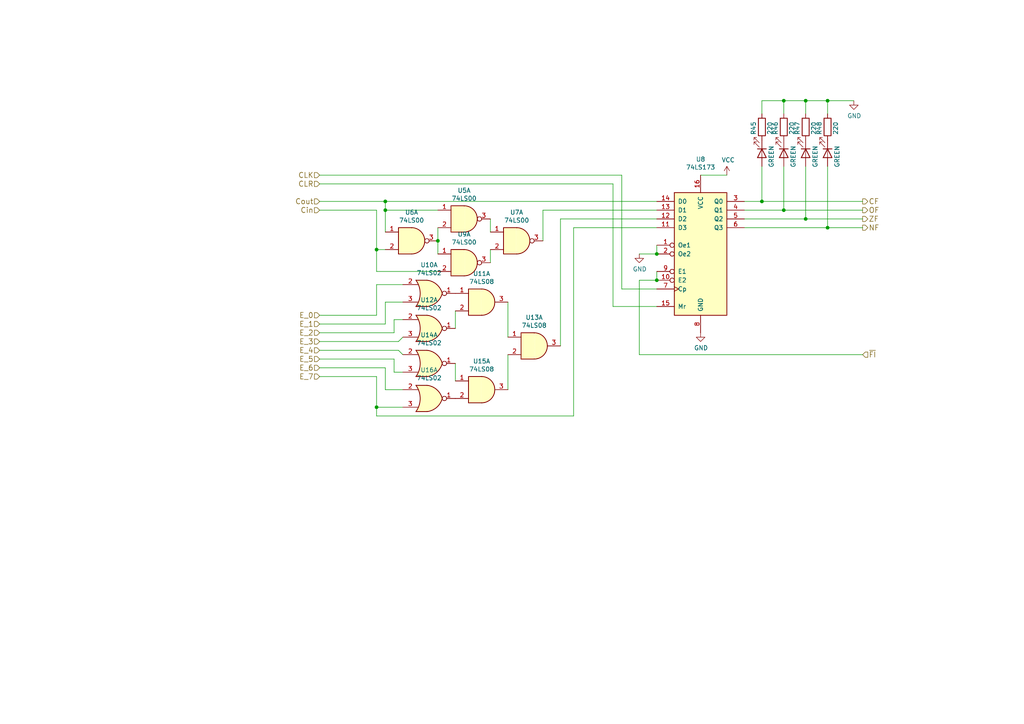
<source format=kicad_sch>
(kicad_sch (version 20211123) (generator eeschema)
  (paper "A4")
  (lib_symbols
    (symbol "74xx:74LS00" (pin_names (offset 1.016))
      (property "Reference" "U" (at 0 1.27 0))
      (property "Value" "74LS00" (at 0 -1.27 0))
      (symbol "74LS00_1_1"
        (arc (start 0 -3.81) (mid 3.81 0) (end 0 3.81) (stroke (width 0.254)) (fill (type background)))
        (polyline (pts (xy 0 3.81) (xy -3.81 3.81) (xy -3.81 -3.81) (xy 0 -3.81)) (stroke (width 0.254)) (fill (type background)))
        (pin input line (at -7.62 2.54 0) (length 3.81) (name "~") (number "1"))
        (pin input line (at -7.62 -2.54 0) (length 3.81) (name "~") (number "2"))
        (pin output inverted (at 7.62 0 180) (length 3.81) (name "~") (number "3"))
      )
      (symbol "74LS00_1_2"
        (arc (start -3.81 -3.81) (mid -2.589 0) (end -3.81 3.81) (stroke (width 0.254)))
        (arc (start -0.6096 -3.81) (mid 2.1842 -2.5851) (end 3.81 0) (stroke (width 0.254)) (fill (type background)))
        (polyline (pts (xy -3.81 -3.81) (xy -0.635 -3.81)) (stroke (width 0.254)) (fill (type background)))
        (polyline (pts (xy -3.81 3.81) (xy -0.635 3.81)) (stroke (width 0.254)) (fill (type background)))
        (polyline (pts (xy -0.635 3.81) (xy -3.81 3.81) (xy -3.81 3.81) (xy -3.556 3.4036) (xy -3.0226 2.2606) (xy -2.6924 1.0414) (xy -2.6162 -0.254) (xy -2.7686 -1.4986) (xy -3.175 -2.7178) (xy -3.81 -3.81) (xy -3.81 -3.81) (xy -0.635 -3.81)) (stroke (width -25.4)) (fill (type background)))
        (arc (start 3.81 0) (mid 2.1915 2.5936) (end -0.6096 3.81) (stroke (width 0.254)) (fill (type background)))
        (pin input inverted (at -7.62 2.54 0) (length 4.318) (name "~") (number "1"))
        (pin input inverted (at -7.62 -2.54 0) (length 4.318) (name "~") (number "2"))
        (pin output line (at 7.62 0 180) (length 3.81) (name "~") (number "3"))
      )
      (symbol "74LS00_2_1"
        (arc (start 0 -3.81) (mid 3.81 0) (end 0 3.81) (stroke (width 0.254)) (fill (type background)))
        (polyline (pts (xy 0 3.81) (xy -3.81 3.81) (xy -3.81 -3.81) (xy 0 -3.81)) (stroke (width 0.254)) (fill (type background)))
        (pin input line (at -7.62 2.54 0) (length 3.81) (name "~") (number "4"))
        (pin input line (at -7.62 -2.54 0) (length 3.81) (name "~") (number "5"))
        (pin output inverted (at 7.62 0 180) (length 3.81) (name "~") (number "6"))
      )
      (symbol "74LS00_2_2"
        (arc (start -3.81 -3.81) (mid -2.589 0) (end -3.81 3.81) (stroke (width 0.254)))
        (arc (start -0.6096 -3.81) (mid 2.1842 -2.5851) (end 3.81 0) (stroke (width 0.254)) (fill (type background)))
        (polyline (pts (xy -3.81 -3.81) (xy -0.635 -3.81)) (stroke (width 0.254)) (fill (type background)))
        (polyline (pts (xy -3.81 3.81) (xy -0.635 3.81)) (stroke (width 0.254)) (fill (type background)))
        (polyline (pts (xy -0.635 3.81) (xy -3.81 3.81) (xy -3.81 3.81) (xy -3.556 3.4036) (xy -3.0226 2.2606) (xy -2.6924 1.0414) (xy -2.6162 -0.254) (xy -2.7686 -1.4986) (xy -3.175 -2.7178) (xy -3.81 -3.81) (xy -3.81 -3.81) (xy -0.635 -3.81)) (stroke (width -25.4)) (fill (type background)))
        (arc (start 3.81 0) (mid 2.1915 2.5936) (end -0.6096 3.81) (stroke (width 0.254)) (fill (type background)))
        (pin input inverted (at -7.62 2.54 0) (length 4.318) (name "~") (number "4"))
        (pin input inverted (at -7.62 -2.54 0) (length 4.318) (name "~") (number "5"))
        (pin output line (at 7.62 0 180) (length 3.81) (name "~") (number "6"))
      )
      (symbol "74LS00_3_1"
        (arc (start 0 -3.81) (mid 3.81 0) (end 0 3.81) (stroke (width 0.254)) (fill (type background)))
        (polyline (pts (xy 0 3.81) (xy -3.81 3.81) (xy -3.81 -3.81) (xy 0 -3.81)) (stroke (width 0.254)) (fill (type background)))
        (pin input line (at -7.62 -2.54 0) (length 3.81) (name "~") (number "10"))
        (pin output inverted (at 7.62 0 180) (length 3.81) (name "~") (number "8"))
        (pin input line (at -7.62 2.54 0) (length 3.81) (name "~") (number "9"))
      )
      (symbol "74LS00_3_2"
        (arc (start -3.81 -3.81) (mid -2.589 0) (end -3.81 3.81) (stroke (width 0.254)))
        (arc (start -0.6096 -3.81) (mid 2.1842 -2.5851) (end 3.81 0) (stroke (width 0.254)) (fill (type background)))
        (polyline (pts (xy -3.81 -3.81) (xy -0.635 -3.81)) (stroke (width 0.254)) (fill (type background)))
        (polyline (pts (xy -3.81 3.81) (xy -0.635 3.81)) (stroke (width 0.254)) (fill (type background)))
        (polyline (pts (xy -0.635 3.81) (xy -3.81 3.81) (xy -3.81 3.81) (xy -3.556 3.4036) (xy -3.0226 2.2606) (xy -2.6924 1.0414) (xy -2.6162 -0.254) (xy -2.7686 -1.4986) (xy -3.175 -2.7178) (xy -3.81 -3.81) (xy -3.81 -3.81) (xy -0.635 -3.81)) (stroke (width -25.4)) (fill (type background)))
        (arc (start 3.81 0) (mid 2.1915 2.5936) (end -0.6096 3.81) (stroke (width 0.254)) (fill (type background)))
        (pin input inverted (at -7.62 -2.54 0) (length 4.318) (name "~") (number "10"))
        (pin output line (at 7.62 0 180) (length 3.81) (name "~") (number "8"))
        (pin input inverted (at -7.62 2.54 0) (length 4.318) (name "~") (number "9"))
      )
      (symbol "74LS00_4_1"
        (arc (start 0 -3.81) (mid 3.81 0) (end 0 3.81) (stroke (width 0.254)) (fill (type background)))
        (polyline (pts (xy 0 3.81) (xy -3.81 3.81) (xy -3.81 -3.81) (xy 0 -3.81)) (stroke (width 0.254)) (fill (type background)))
        (pin output inverted (at 7.62 0 180) (length 3.81) (name "~") (number "11"))
        (pin input line (at -7.62 2.54 0) (length 3.81) (name "~") (number "12"))
        (pin input line (at -7.62 -2.54 0) (length 3.81) (name "~") (number "13"))
      )
      (symbol "74LS00_4_2"
        (arc (start -3.81 -3.81) (mid -2.589 0) (end -3.81 3.81) (stroke (width 0.254)))
        (arc (start -0.6096 -3.81) (mid 2.1842 -2.5851) (end 3.81 0) (stroke (width 0.254)) (fill (type background)))
        (polyline (pts (xy -3.81 -3.81) (xy -0.635 -3.81)) (stroke (width 0.254)) (fill (type background)))
        (polyline (pts (xy -3.81 3.81) (xy -0.635 3.81)) (stroke (width 0.254)) (fill (type background)))
        (polyline (pts (xy -0.635 3.81) (xy -3.81 3.81) (xy -3.81 3.81) (xy -3.556 3.4036) (xy -3.0226 2.2606) (xy -2.6924 1.0414) (xy -2.6162 -0.254) (xy -2.7686 -1.4986) (xy -3.175 -2.7178) (xy -3.81 -3.81) (xy -3.81 -3.81) (xy -0.635 -3.81)) (stroke (width -25.4)) (fill (type background)))
        (arc (start 3.81 0) (mid 2.1915 2.5936) (end -0.6096 3.81) (stroke (width 0.254)) (fill (type background)))
        (pin output line (at 7.62 0 180) (length 3.81) (name "~") (number "11"))
        (pin input inverted (at -7.62 2.54 0) (length 4.318) (name "~") (number "12"))
        (pin input inverted (at -7.62 -2.54 0) (length 4.318) (name "~") (number "13"))
      )
      (symbol "74LS00_5_0"
        (pin power_in line (at 0 12.7 270) (length 5.08) (name "VCC") (number "14"))
        (pin power_in line (at 0 -12.7 90) (length 5.08) (name "GND") (number "7"))
      )
      (symbol "74LS00_5_1"
        (rectangle (start -5.08 7.62) (end 5.08 -7.62) (stroke (width 0.254)) (fill (type background)))
      )
    )
    (symbol "74xx:74LS02" (pin_names (offset 1.016))
      (property "Reference" "U" (at 0 1.27 0))
      (property "Value" "74LS02" (at 0 -1.27 0))
      (symbol "74LS02_1_1"
        (arc (start -3.81 -3.81) (mid -2.589 0) (end -3.81 3.81) (stroke (width 0.254)))
        (arc (start -0.6096 -3.81) (mid 2.1842 -2.5851) (end 3.81 0) (stroke (width 0.254)) (fill (type background)))
        (polyline (pts (xy -3.81 -3.81) (xy -0.635 -3.81)) (stroke (width 0.254)) (fill (type background)))
        (polyline (pts (xy -3.81 3.81) (xy -0.635 3.81)) (stroke (width 0.254)) (fill (type background)))
        (polyline (pts (xy -0.635 3.81) (xy -3.81 3.81) (xy -3.81 3.81) (xy -3.556 3.4036) (xy -3.0226 2.2606) (xy -2.6924 1.0414) (xy -2.6162 -0.254) (xy -2.7686 -1.4986) (xy -3.175 -2.7178) (xy -3.81 -3.81) (xy -3.81 -3.81) (xy -0.635 -3.81)) (stroke (width -25.4)) (fill (type background)))
        (arc (start 3.81 0) (mid 2.1915 2.5936) (end -0.6096 3.81) (stroke (width 0.254)) (fill (type background)))
        (pin output inverted (at 7.62 0 180) (length 3.81) (name "~") (number "1"))
        (pin input line (at -7.62 2.54 0) (length 4.318) (name "~") (number "2"))
        (pin input line (at -7.62 -2.54 0) (length 4.318) (name "~") (number "3"))
      )
      (symbol "74LS02_1_2"
        (arc (start 0 -3.81) (mid 3.81 0) (end 0 3.81) (stroke (width 0.254)) (fill (type background)))
        (polyline (pts (xy 0 3.81) (xy -3.81 3.81) (xy -3.81 -3.81) (xy 0 -3.81)) (stroke (width 0.254)) (fill (type background)))
        (pin output line (at 7.62 0 180) (length 3.81) (name "~") (number "1"))
        (pin input inverted (at -7.62 2.54 0) (length 3.81) (name "~") (number "2"))
        (pin input inverted (at -7.62 -2.54 0) (length 3.81) (name "~") (number "3"))
      )
      (symbol "74LS02_2_1"
        (arc (start -3.81 -3.81) (mid -2.589 0) (end -3.81 3.81) (stroke (width 0.254)))
        (arc (start -0.6096 -3.81) (mid 2.1842 -2.5851) (end 3.81 0) (stroke (width 0.254)) (fill (type background)))
        (polyline (pts (xy -3.81 -3.81) (xy -0.635 -3.81)) (stroke (width 0.254)) (fill (type background)))
        (polyline (pts (xy -3.81 3.81) (xy -0.635 3.81)) (stroke (width 0.254)) (fill (type background)))
        (polyline (pts (xy -0.635 3.81) (xy -3.81 3.81) (xy -3.81 3.81) (xy -3.556 3.4036) (xy -3.0226 2.2606) (xy -2.6924 1.0414) (xy -2.6162 -0.254) (xy -2.7686 -1.4986) (xy -3.175 -2.7178) (xy -3.81 -3.81) (xy -3.81 -3.81) (xy -0.635 -3.81)) (stroke (width -25.4)) (fill (type background)))
        (arc (start 3.81 0) (mid 2.1915 2.5936) (end -0.6096 3.81) (stroke (width 0.254)) (fill (type background)))
        (pin output inverted (at 7.62 0 180) (length 3.81) (name "~") (number "4"))
        (pin input line (at -7.62 2.54 0) (length 4.318) (name "~") (number "5"))
        (pin input line (at -7.62 -2.54 0) (length 4.318) (name "~") (number "6"))
      )
      (symbol "74LS02_2_2"
        (arc (start 0 -3.81) (mid 3.81 0) (end 0 3.81) (stroke (width 0.254)) (fill (type background)))
        (polyline (pts (xy 0 3.81) (xy -3.81 3.81) (xy -3.81 -3.81) (xy 0 -3.81)) (stroke (width 0.254)) (fill (type background)))
        (pin output line (at 7.62 0 180) (length 3.81) (name "~") (number "4"))
        (pin input inverted (at -7.62 2.54 0) (length 3.81) (name "~") (number "5"))
        (pin input inverted (at -7.62 -2.54 0) (length 3.81) (name "~") (number "6"))
      )
      (symbol "74LS02_3_1"
        (arc (start -3.81 -3.81) (mid -2.589 0) (end -3.81 3.81) (stroke (width 0.254)))
        (arc (start -0.6096 -3.81) (mid 2.1842 -2.5851) (end 3.81 0) (stroke (width 0.254)) (fill (type background)))
        (polyline (pts (xy -3.81 -3.81) (xy -0.635 -3.81)) (stroke (width 0.254)) (fill (type background)))
        (polyline (pts (xy -3.81 3.81) (xy -0.635 3.81)) (stroke (width 0.254)) (fill (type background)))
        (polyline (pts (xy -0.635 3.81) (xy -3.81 3.81) (xy -3.81 3.81) (xy -3.556 3.4036) (xy -3.0226 2.2606) (xy -2.6924 1.0414) (xy -2.6162 -0.254) (xy -2.7686 -1.4986) (xy -3.175 -2.7178) (xy -3.81 -3.81) (xy -3.81 -3.81) (xy -0.635 -3.81)) (stroke (width -25.4)) (fill (type background)))
        (arc (start 3.81 0) (mid 2.1915 2.5936) (end -0.6096 3.81) (stroke (width 0.254)) (fill (type background)))
        (pin output inverted (at 7.62 0 180) (length 3.81) (name "~") (number "10"))
        (pin input line (at -7.62 2.54 0) (length 4.318) (name "~") (number "8"))
        (pin input line (at -7.62 -2.54 0) (length 4.318) (name "~") (number "9"))
      )
      (symbol "74LS02_3_2"
        (arc (start 0 -3.81) (mid 3.81 0) (end 0 3.81) (stroke (width 0.254)) (fill (type background)))
        (polyline (pts (xy 0 3.81) (xy -3.81 3.81) (xy -3.81 -3.81) (xy 0 -3.81)) (stroke (width 0.254)) (fill (type background)))
        (pin output line (at 7.62 0 180) (length 3.81) (name "~") (number "10"))
        (pin input inverted (at -7.62 2.54 0) (length 3.81) (name "~") (number "8"))
        (pin input inverted (at -7.62 -2.54 0) (length 3.81) (name "~") (number "9"))
      )
      (symbol "74LS02_4_1"
        (arc (start -3.81 -3.81) (mid -2.589 0) (end -3.81 3.81) (stroke (width 0.254)))
        (arc (start -0.6096 -3.81) (mid 2.1842 -2.5851) (end 3.81 0) (stroke (width 0.254)) (fill (type background)))
        (polyline (pts (xy -3.81 -3.81) (xy -0.635 -3.81)) (stroke (width 0.254)) (fill (type background)))
        (polyline (pts (xy -3.81 3.81) (xy -0.635 3.81)) (stroke (width 0.254)) (fill (type background)))
        (polyline (pts (xy -0.635 3.81) (xy -3.81 3.81) (xy -3.81 3.81) (xy -3.556 3.4036) (xy -3.0226 2.2606) (xy -2.6924 1.0414) (xy -2.6162 -0.254) (xy -2.7686 -1.4986) (xy -3.175 -2.7178) (xy -3.81 -3.81) (xy -3.81 -3.81) (xy -0.635 -3.81)) (stroke (width -25.4)) (fill (type background)))
        (arc (start 3.81 0) (mid 2.1915 2.5936) (end -0.6096 3.81) (stroke (width 0.254)) (fill (type background)))
        (pin input line (at -7.62 2.54 0) (length 4.318) (name "~") (number "11"))
        (pin input line (at -7.62 -2.54 0) (length 4.318) (name "~") (number "12"))
        (pin output inverted (at 7.62 0 180) (length 3.81) (name "~") (number "13"))
      )
      (symbol "74LS02_4_2"
        (arc (start 0 -3.81) (mid 3.81 0) (end 0 3.81) (stroke (width 0.254)) (fill (type background)))
        (polyline (pts (xy 0 3.81) (xy -3.81 3.81) (xy -3.81 -3.81) (xy 0 -3.81)) (stroke (width 0.254)) (fill (type background)))
        (pin input inverted (at -7.62 2.54 0) (length 3.81) (name "~") (number "11"))
        (pin input inverted (at -7.62 -2.54 0) (length 3.81) (name "~") (number "12"))
        (pin output line (at 7.62 0 180) (length 3.81) (name "~") (number "13"))
      )
      (symbol "74LS02_5_0"
        (pin power_in line (at 0 12.7 270) (length 5.08) (name "VCC") (number "14"))
        (pin power_in line (at 0 -12.7 90) (length 5.08) (name "GND") (number "7"))
      )
      (symbol "74LS02_5_1"
        (rectangle (start -5.08 7.62) (end 5.08 -7.62) (stroke (width 0.254)) (fill (type background)))
      )
    )
    (symbol "74xx:74LS08" (pin_names (offset 1.016))
      (property "Reference" "U" (at 0 1.27 0))
      (property "Value" "74LS08" (at 0 -1.27 0))
      (symbol "74LS08_1_1"
        (arc (start 0 -3.81) (mid 3.81 0) (end 0 3.81) (stroke (width 0.254)) (fill (type background)))
        (polyline (pts (xy 0 3.81) (xy -3.81 3.81) (xy -3.81 -3.81) (xy 0 -3.81)) (stroke (width 0.254)) (fill (type background)))
        (pin input line (at -7.62 2.54 0) (length 3.81) (name "~") (number "1"))
        (pin input line (at -7.62 -2.54 0) (length 3.81) (name "~") (number "2"))
        (pin output line (at 7.62 0 180) (length 3.81) (name "~") (number "3"))
      )
      (symbol "74LS08_1_2"
        (arc (start -3.81 -3.81) (mid -2.589 0) (end -3.81 3.81) (stroke (width 0.254)))
        (arc (start -0.6096 -3.81) (mid 2.1842 -2.5851) (end 3.81 0) (stroke (width 0.254)) (fill (type background)))
        (polyline (pts (xy -3.81 -3.81) (xy -0.635 -3.81)) (stroke (width 0.254)) (fill (type background)))
        (polyline (pts (xy -3.81 3.81) (xy -0.635 3.81)) (stroke (width 0.254)) (fill (type background)))
        (polyline (pts (xy -0.635 3.81) (xy -3.81 3.81) (xy -3.81 3.81) (xy -3.556 3.4036) (xy -3.0226 2.2606) (xy -2.6924 1.0414) (xy -2.6162 -0.254) (xy -2.7686 -1.4986) (xy -3.175 -2.7178) (xy -3.81 -3.81) (xy -3.81 -3.81) (xy -0.635 -3.81)) (stroke (width -25.4)) (fill (type background)))
        (arc (start 3.81 0) (mid 2.1915 2.5936) (end -0.6096 3.81) (stroke (width 0.254)) (fill (type background)))
        (pin input inverted (at -7.62 2.54 0) (length 4.318) (name "~") (number "1"))
        (pin input inverted (at -7.62 -2.54 0) (length 4.318) (name "~") (number "2"))
        (pin output inverted (at 7.62 0 180) (length 3.81) (name "~") (number "3"))
      )
      (symbol "74LS08_2_1"
        (arc (start 0 -3.81) (mid 3.81 0) (end 0 3.81) (stroke (width 0.254)) (fill (type background)))
        (polyline (pts (xy 0 3.81) (xy -3.81 3.81) (xy -3.81 -3.81) (xy 0 -3.81)) (stroke (width 0.254)) (fill (type background)))
        (pin input line (at -7.62 2.54 0) (length 3.81) (name "~") (number "4"))
        (pin input line (at -7.62 -2.54 0) (length 3.81) (name "~") (number "5"))
        (pin output line (at 7.62 0 180) (length 3.81) (name "~") (number "6"))
      )
      (symbol "74LS08_2_2"
        (arc (start -3.81 -3.81) (mid -2.589 0) (end -3.81 3.81) (stroke (width 0.254)))
        (arc (start -0.6096 -3.81) (mid 2.1842 -2.5851) (end 3.81 0) (stroke (width 0.254)) (fill (type background)))
        (polyline (pts (xy -3.81 -3.81) (xy -0.635 -3.81)) (stroke (width 0.254)) (fill (type background)))
        (polyline (pts (xy -3.81 3.81) (xy -0.635 3.81)) (stroke (width 0.254)) (fill (type background)))
        (polyline (pts (xy -0.635 3.81) (xy -3.81 3.81) (xy -3.81 3.81) (xy -3.556 3.4036) (xy -3.0226 2.2606) (xy -2.6924 1.0414) (xy -2.6162 -0.254) (xy -2.7686 -1.4986) (xy -3.175 -2.7178) (xy -3.81 -3.81) (xy -3.81 -3.81) (xy -0.635 -3.81)) (stroke (width -25.4)) (fill (type background)))
        (arc (start 3.81 0) (mid 2.1915 2.5936) (end -0.6096 3.81) (stroke (width 0.254)) (fill (type background)))
        (pin input inverted (at -7.62 2.54 0) (length 4.318) (name "~") (number "4"))
        (pin input inverted (at -7.62 -2.54 0) (length 4.318) (name "~") (number "5"))
        (pin output inverted (at 7.62 0 180) (length 3.81) (name "~") (number "6"))
      )
      (symbol "74LS08_3_1"
        (arc (start 0 -3.81) (mid 3.81 0) (end 0 3.81) (stroke (width 0.254)) (fill (type background)))
        (polyline (pts (xy 0 3.81) (xy -3.81 3.81) (xy -3.81 -3.81) (xy 0 -3.81)) (stroke (width 0.254)) (fill (type background)))
        (pin input line (at -7.62 -2.54 0) (length 3.81) (name "~") (number "10"))
        (pin output line (at 7.62 0 180) (length 3.81) (name "~") (number "8"))
        (pin input line (at -7.62 2.54 0) (length 3.81) (name "~") (number "9"))
      )
      (symbol "74LS08_3_2"
        (arc (start -3.81 -3.81) (mid -2.589 0) (end -3.81 3.81) (stroke (width 0.254)))
        (arc (start -0.6096 -3.81) (mid 2.1842 -2.5851) (end 3.81 0) (stroke (width 0.254)) (fill (type background)))
        (polyline (pts (xy -3.81 -3.81) (xy -0.635 -3.81)) (stroke (width 0.254)) (fill (type background)))
        (polyline (pts (xy -3.81 3.81) (xy -0.635 3.81)) (stroke (width 0.254)) (fill (type background)))
        (polyline (pts (xy -0.635 3.81) (xy -3.81 3.81) (xy -3.81 3.81) (xy -3.556 3.4036) (xy -3.0226 2.2606) (xy -2.6924 1.0414) (xy -2.6162 -0.254) (xy -2.7686 -1.4986) (xy -3.175 -2.7178) (xy -3.81 -3.81) (xy -3.81 -3.81) (xy -0.635 -3.81)) (stroke (width -25.4)) (fill (type background)))
        (arc (start 3.81 0) (mid 2.1915 2.5936) (end -0.6096 3.81) (stroke (width 0.254)) (fill (type background)))
        (pin input inverted (at -7.62 -2.54 0) (length 4.318) (name "~") (number "10"))
        (pin output inverted (at 7.62 0 180) (length 3.81) (name "~") (number "8"))
        (pin input inverted (at -7.62 2.54 0) (length 4.318) (name "~") (number "9"))
      )
      (symbol "74LS08_4_1"
        (arc (start 0 -3.81) (mid 3.81 0) (end 0 3.81) (stroke (width 0.254)) (fill (type background)))
        (polyline (pts (xy 0 3.81) (xy -3.81 3.81) (xy -3.81 -3.81) (xy 0 -3.81)) (stroke (width 0.254)) (fill (type background)))
        (pin output line (at 7.62 0 180) (length 3.81) (name "~") (number "11"))
        (pin input line (at -7.62 2.54 0) (length 3.81) (name "~") (number "12"))
        (pin input line (at -7.62 -2.54 0) (length 3.81) (name "~") (number "13"))
      )
      (symbol "74LS08_4_2"
        (arc (start -3.81 -3.81) (mid -2.589 0) (end -3.81 3.81) (stroke (width 0.254)))
        (arc (start -0.6096 -3.81) (mid 2.1842 -2.5851) (end 3.81 0) (stroke (width 0.254)) (fill (type background)))
        (polyline (pts (xy -3.81 -3.81) (xy -0.635 -3.81)) (stroke (width 0.254)) (fill (type background)))
        (polyline (pts (xy -3.81 3.81) (xy -0.635 3.81)) (stroke (width 0.254)) (fill (type background)))
        (polyline (pts (xy -0.635 3.81) (xy -3.81 3.81) (xy -3.81 3.81) (xy -3.556 3.4036) (xy -3.0226 2.2606) (xy -2.6924 1.0414) (xy -2.6162 -0.254) (xy -2.7686 -1.4986) (xy -3.175 -2.7178) (xy -3.81 -3.81) (xy -3.81 -3.81) (xy -0.635 -3.81)) (stroke (width -25.4)) (fill (type background)))
        (arc (start 3.81 0) (mid 2.1915 2.5936) (end -0.6096 3.81) (stroke (width 0.254)) (fill (type background)))
        (pin output inverted (at 7.62 0 180) (length 3.81) (name "~") (number "11"))
        (pin input inverted (at -7.62 2.54 0) (length 4.318) (name "~") (number "12"))
        (pin input inverted (at -7.62 -2.54 0) (length 4.318) (name "~") (number "13"))
      )
      (symbol "74LS08_5_0"
        (pin power_in line (at 0 12.7 270) (length 5.08) (name "VCC") (number "14"))
        (pin power_in line (at 0 -12.7 90) (length 5.08) (name "GND") (number "7"))
      )
      (symbol "74LS08_5_1"
        (rectangle (start -5.08 7.62) (end 5.08 -7.62) (stroke (width 0.254)) (fill (type background)))
      )
    )
    (symbol "74xx:74LS173" (pin_names (offset 1.016))
      (property "Reference" "U" (at -7.62 19.05 0))
      (property "Value" "74LS173" (at -7.62 -19.05 0))
      (symbol "74LS173_1_0"
        (pin input inverted (at -12.7 2.54 0) (length 5.08) (name "Oe1") (number "1"))
        (pin input inverted (at -12.7 -7.62 0) (length 5.08) (name "E2") (number "10"))
        (pin input line (at -12.7 7.62 0) (length 5.08) (name "D3") (number "11"))
        (pin input line (at -12.7 10.16 0) (length 5.08) (name "D2") (number "12"))
        (pin input line (at -12.7 12.7 0) (length 5.08) (name "D1") (number "13"))
        (pin input line (at -12.7 15.24 0) (length 5.08) (name "D0") (number "14"))
        (pin input line (at -12.7 -15.24 0) (length 5.08) (name "Mr") (number "15"))
        (pin power_in line (at 0 22.86 270) (length 5.08) (name "VCC") (number "16"))
        (pin input inverted (at -12.7 0 0) (length 5.08) (name "Oe2") (number "2"))
        (pin tri_state line (at 12.7 15.24 180) (length 5.08) (name "Q0") (number "3"))
        (pin tri_state line (at 12.7 12.7 180) (length 5.08) (name "Q1") (number "4"))
        (pin tri_state line (at 12.7 10.16 180) (length 5.08) (name "Q2") (number "5"))
        (pin tri_state line (at 12.7 7.62 180) (length 5.08) (name "Q3") (number "6"))
        (pin input clock (at -12.7 -10.16 0) (length 5.08) (name "Cp") (number "7"))
        (pin power_in line (at 0 -22.86 90) (length 5.08) (name "GND") (number "8"))
        (pin input inverted (at -12.7 -5.08 0) (length 5.08) (name "E1") (number "9"))
      )
      (symbol "74LS173_1_1"
        (rectangle (start -7.62 17.78) (end 7.62 -17.78) (stroke (width 0.254)) (fill (type background)))
      )
    )
    (symbol "Device:LED" (pin_numbers hide) (pin_names (offset 1.016) hide)
      (property "Reference" "D" (at 0 2.54 0))
      (property "Value" "LED" (at 0 -2.54 0))
      (symbol "LED_0_1"
        (polyline (pts (xy -1.27 -1.27) (xy -1.27 1.27)) (stroke (width 0.254)))
        (polyline (pts (xy -1.27 0) (xy 1.27 0)))
        (polyline (pts (xy 1.27 -1.27) (xy 1.27 1.27) (xy -1.27 0) (xy 1.27 -1.27)) (stroke (width 0.254)))
        (polyline (pts (xy -3.048 -0.762) (xy -4.572 -2.286) (xy -3.81 -2.286) (xy -4.572 -2.286) (xy -4.572 -1.524)))
        (polyline (pts (xy -1.778 -0.762) (xy -3.302 -2.286) (xy -2.54 -2.286) (xy -3.302 -2.286) (xy -3.302 -1.524)))
      )
      (symbol "LED_1_1"
        (pin passive line (at -3.81 0 0) (length 2.54) (name "K") (number "1"))
        (pin passive line (at 3.81 0 180) (length 2.54) (name "A") (number "2"))
      )
    )
    (symbol "Device:R" (pin_numbers hide) (pin_names (offset 0))
      (property "Reference" "R" (at 2.032 0 90))
      (property "Value" "R" (at 0 0 90))
      (symbol "R_0_1"
        (rectangle (start -1.016 -2.54) (end 1.016 2.54) (stroke (width 0.254)))
      )
      (symbol "R_1_1"
        (pin passive line (at 0 3.81 270) (length 1.27) (name "~") (number "1"))
        (pin passive line (at 0 -3.81 90) (length 1.27) (name "~") (number "2"))
      )
    )
    (symbol "power:GND" (power) (pin_names (offset 0))
      (property "Value" "GND" (at 0 -3.81 0))
      (symbol "GND_0_1"
        (polyline (pts (xy 0 0) (xy 0 -1.27) (xy 1.27 -1.27) (xy 0 -2.54) (xy -1.27 -1.27) (xy 0 -1.27)))
      )
      (symbol "GND_1_1"
        (pin power_in line (at 0 0 270) (length 0) hide (name "GND") (number "1"))
      )
    )
    (symbol "power:VCC" (power) (pin_names (offset 0))
      (property "Value" "VCC" (at 0 3.81 0))
      (symbol "VCC_0_1"
        (polyline (pts (xy -0.762 1.27) (xy 0 2.54)))
        (polyline (pts (xy 0 0) (xy 0 2.54)))
        (polyline (pts (xy 0 2.54) (xy 0.762 1.27)))
      )
      (symbol "VCC_1_1"
        (pin power_in line (at 0 0 90) (length 0) hide (name "VCC") (number "1"))
      )
    )
  )
  (junction (at 233.68 63.5))
  (junction (at 227.33 60.96))
  (junction (at 227.33 29.21))
  (junction (at 190.5 73.66))
  (junction (at 109.22 72.39))
  (junction (at 111.76 58.42))
  (junction (at 240.03 29.21))
  (junction (at 109.22 118.11))
  (junction (at 240.03 66.04))
  (junction (at 111.76 60.96))
  (junction (at 190.5 81.28))
  (junction (at 233.68 29.21))
  (junction (at 220.98 58.42))
  (junction (at 127 69.85))
  (wire (pts (xy 185.42 73.66) (xy 190.5 73.66)))
  (wire (pts (xy 190.5 81.28) (xy 185.42 81.28)))
  (wire (pts (xy 92.71 104.14) (xy 114.3 104.14)))
  (wire (pts (xy 147.32 87.63) (xy 147.32 97.79)))
  (wire (pts (xy 111.76 60.96) (xy 111.76 58.42)))
  (wire (pts (xy 185.42 102.87) (xy 250.19 102.87)))
  (wire (pts (xy 190.5 66.04) (xy 166.37 66.04)))
  (wire (pts (xy 92.71 99.06) (xy 115.57 99.06)))
  (wire (pts (xy 109.22 78.74) (xy 109.22 72.39)))
  (wire (pts (xy 162.56 63.5) (xy 162.56 100.33)))
  (wire (pts (xy 220.98 58.42) (xy 250.19 58.42)))
  (wire (pts (xy 233.68 48.26) (xy 233.68 63.5)))
  (wire (pts (xy 109.22 82.55) (xy 116.84 82.55)))
  (wire (pts (xy 162.56 63.5) (xy 190.5 63.5)))
  (wire (pts (xy 114.3 92.71) (xy 116.84 92.71)))
  (wire (pts (xy 142.24 63.5) (xy 142.24 67.31)))
  (wire (pts (xy 157.48 60.96) (xy 190.5 60.96)))
  (wire (pts (xy 233.68 63.5) (xy 250.19 63.5)))
  (wire (pts (xy 109.22 91.44) (xy 109.22 82.55)))
  (wire (pts (xy 132.08 90.17) (xy 132.08 95.25)))
  (wire (pts (xy 111.76 60.96) (xy 127 60.96)))
  (wire (pts (xy 115.57 99.06) (xy 116.84 97.79)))
  (wire (pts (xy 177.8 53.34) (xy 92.71 53.34)))
  (wire (pts (xy 227.33 48.26) (xy 227.33 60.96)))
  (wire (pts (xy 92.71 96.52) (xy 114.3 96.52)))
  (wire (pts (xy 147.32 102.87) (xy 147.32 113.03)))
  (wire (pts (xy 92.71 91.44) (xy 109.22 91.44)))
  (wire (pts (xy 240.03 66.04) (xy 250.19 66.04)))
  (wire (pts (xy 92.71 58.42) (xy 111.76 58.42)))
  (wire (pts (xy 142.24 76.2) (xy 142.24 72.39)))
  (wire (pts (xy 127 66.04) (xy 127 69.85)))
  (wire (pts (xy 92.71 93.98) (xy 111.76 93.98)))
  (wire (pts (xy 240.03 33.02) (xy 240.03 29.21)))
  (wire (pts (xy 111.76 93.98) (xy 111.76 87.63)))
  (wire (pts (xy 114.3 107.95) (xy 116.84 107.95)))
  (wire (pts (xy 127 73.66) (xy 127 69.85)))
  (wire (pts (xy 220.98 29.21) (xy 227.33 29.21)))
  (wire (pts (xy 215.9 66.04) (xy 240.03 66.04)))
  (wire (pts (xy 180.34 83.82) (xy 190.5 83.82)))
  (wire (pts (xy 111.76 58.42) (xy 190.5 58.42)))
  (wire (pts (xy 111.76 87.63) (xy 116.84 87.63)))
  (wire (pts (xy 111.76 67.31) (xy 111.76 60.96)))
  (wire (pts (xy 166.37 66.04) (xy 166.37 120.65)))
  (wire (pts (xy 240.03 29.21) (xy 233.68 29.21)))
  (wire (pts (xy 111.76 113.03) (xy 116.84 113.03)))
  (wire (pts (xy 215.9 58.42) (xy 220.98 58.42)))
  (wire (pts (xy 92.71 106.68) (xy 111.76 106.68)))
  (wire (pts (xy 203.2 50.8) (xy 210.82 50.8)))
  (wire (pts (xy 180.34 50.8) (xy 92.71 50.8)))
  (wire (pts (xy 215.9 60.96) (xy 227.33 60.96)))
  (wire (pts (xy 220.98 48.26) (xy 220.98 58.42)))
  (wire (pts (xy 114.3 104.14) (xy 114.3 107.95)))
  (wire (pts (xy 127 78.74) (xy 109.22 78.74)))
  (wire (pts (xy 180.34 83.82) (xy 180.34 50.8)))
  (wire (pts (xy 157.48 69.85) (xy 157.48 60.96)))
  (wire (pts (xy 109.22 109.22) (xy 109.22 118.11)))
  (wire (pts (xy 215.9 63.5) (xy 233.68 63.5)))
  (wire (pts (xy 109.22 118.11) (xy 116.84 118.11)))
  (wire (pts (xy 115.57 101.6) (xy 116.84 102.87)))
  (wire (pts (xy 109.22 72.39) (xy 109.22 60.96)))
  (wire (pts (xy 109.22 120.65) (xy 166.37 120.65)))
  (wire (pts (xy 111.76 72.39) (xy 109.22 72.39)))
  (wire (pts (xy 190.5 81.28) (xy 190.5 78.74)))
  (wire (pts (xy 177.8 88.9) (xy 177.8 53.34)))
  (wire (pts (xy 177.8 88.9) (xy 190.5 88.9)))
  (wire (pts (xy 109.22 60.96) (xy 92.71 60.96)))
  (wire (pts (xy 109.22 118.11) (xy 109.22 120.65)))
  (wire (pts (xy 227.33 60.96) (xy 250.19 60.96)))
  (wire (pts (xy 240.03 48.26) (xy 240.03 66.04)))
  (wire (pts (xy 190.5 71.12) (xy 190.5 73.66)))
  (wire (pts (xy 220.98 33.02) (xy 220.98 29.21)))
  (wire (pts (xy 111.76 106.68) (xy 111.76 113.03)))
  (wire (pts (xy 233.68 29.21) (xy 227.33 29.21)))
  (wire (pts (xy 240.03 29.21) (xy 247.65 29.21)))
  (wire (pts (xy 92.71 109.22) (xy 109.22 109.22)))
  (wire (pts (xy 233.68 33.02) (xy 233.68 29.21)))
  (wire (pts (xy 227.33 29.21) (xy 227.33 33.02)))
  (wire (pts (xy 92.71 101.6) (xy 115.57 101.6)))
  (wire (pts (xy 114.3 96.52) (xy 114.3 92.71)))
  (wire (pts (xy 132.08 105.41) (xy 132.08 110.49)))
  (wire (pts (xy 185.42 81.28) (xy 185.42 102.87)))
  (hierarchical_label "E_7" (shape input) (at 92.71 109.22 180) (effects (font (size 1.524 1.524))))
  (hierarchical_label "E_0" (shape input) (at 92.71 91.44 180) (effects (font (size 1.524 1.524))))
  (hierarchical_label "CLK" (shape input) (at 92.71 50.8 180) (effects (font (size 1.524 1.524))))
  (hierarchical_label "CF" (shape output) (at 250.19 58.42 0) (effects (font (size 1.524 1.524))))
  (hierarchical_label "E_2" (shape input) (at 92.71 96.52 180) (effects (font (size 1.524 1.524))))
  (hierarchical_label "CLR" (shape input) (at 92.71 53.34 180) (effects (font (size 1.524 1.524))))
  (hierarchical_label "E_1" (shape input) (at 92.71 93.98 180) (effects (font (size 1.524 1.524))))
  (hierarchical_label "Cin" (shape input) (at 92.71 60.96 180) (effects (font (size 1.524 1.524))))
  (hierarchical_label "~{FI}" (shape input) (at 250.19 102.87 0) (effects (font (size 1.524 1.524))))
  (hierarchical_label "OF" (shape output) (at 250.19 60.96 0) (effects (font (size 1.524 1.524))))
  (hierarchical_label "NF" (shape output) (at 250.19 66.04 0) (effects (font (size 1.524 1.524))))
  (hierarchical_label "E_5" (shape input) (at 92.71 104.14 180) (effects (font (size 1.524 1.524))))
  (hierarchical_label "E_6" (shape input) (at 92.71 106.68 180) (effects (font (size 1.524 1.524))))
  (hierarchical_label "Cout" (shape input) (at 92.71 58.42 180) (effects (font (size 1.524 1.524))))
  (hierarchical_label "E_3" (shape input) (at 92.71 99.06 180) (effects (font (size 1.524 1.524))))
  (hierarchical_label "ZF" (shape output) (at 250.19 63.5 0) (effects (font (size 1.524 1.524))))
  (hierarchical_label "E_4" (shape input) (at 92.71 101.6 180) (effects (font (size 1.524 1.524))))
  (symbol (lib_id "74xx:74LS173") (at 203.2 73.66 0) (unit 1)
    (property "Reference" "U8" (at 203.2 46.2026 0))
    (property "Value" "74LS173" (at 203.2 48.514 0))
    (property "Datasheet" "http://www.ti.com/lit/gpn/sn74LS173" (effects hide))
  )
  (symbol (lib_id "Device:LED") (at 240.03 44.45 270) (unit 1)
    (property "Reference" "D40" (effects hide))
    (property "Value" "GREEN" (at 242.062 45.4152 0) (effects (justify bottom)))
  )
  (symbol (lib_id "Device:LED") (at 233.68 44.45 270) (unit 1)
    (property "Reference" "D39" (effects hide))
    (property "Value" "GREEN" (at 235.712 45.4152 0) (effects (justify bottom)))
  )
  (symbol (lib_id "Device:LED") (at 227.33 44.45 270) (unit 1)
    (property "Reference" "D38" (effects hide))
    (property "Value" "GREEN" (at 229.362 45.4152 0) (effects (justify bottom)))
  )
  (symbol (lib_id "Device:LED") (at 220.98 44.45 270) (unit 1)
    (property "Reference" "D37" (effects hide))
    (property "Value" "GREEN" (at 223.012 45.4152 0) (effects (justify bottom)))
  )
  (symbol (lib_id "Device:R") (at 220.98 36.83 0) (unit 1)
    (property "Reference" "R45" (at 217.8304 37.1856 90) (effects (justify top)))
    (property "Value" "220" (at 223.3168 37.1856 90))
  )
  (symbol (lib_id "Device:R") (at 240.03 36.83 0) (unit 1)
    (property "Reference" "R48" (at 236.8804 37.1856 90) (effects (justify top)))
    (property "Value" "220" (at 242.3668 37.1856 90))
  )
  (symbol (lib_id "Device:R") (at 233.68 36.83 0) (unit 1)
    (property "Reference" "R47" (at 230.5304 37.1856 90) (effects (justify top)))
    (property "Value" "220" (at 236.0168 37.1856 90))
  )
  (symbol (lib_id "Device:R") (at 227.33 36.83 0) (unit 1)
    (property "Reference" "R46" (at 224.1804 37.1856 90) (effects (justify top)))
    (property "Value" "220" (at 229.6668 37.1856 90))
  )
  (symbol (lib_id "power:GND") (at 247.65 29.21 0) (unit 1)
    (property "Reference" "#PWR031" (effects hide))
    (property "Value" "GND" (at 247.777 33.6042 0))
  )
  (symbol (lib_id "power:GND") (at 203.2 96.52 0) (unit 1)
    (property "Reference" "#PWR034" (effects hide))
    (property "Value" "GND" (at 203.327 100.9142 0))
  )
  (symbol (lib_id "power:VCC") (at 210.82 50.8 0) (unit 1)
    (property "Reference" "#PWR032" (effects hide))
    (property "Value" "VCC" (at 211.201 46.4058 0))
  )
  (symbol (lib_id "power:GND") (at 185.42 73.66 0) (unit 1)
    (property "Reference" "#PWR033" (effects hide))
    (property "Value" "GND" (at 185.547 78.0542 0))
  )
  (symbol (lib_id "74xx:74LS00") (at 119.38 69.85 0) (unit 1)
    (property "Reference" "U6" (at 119.38 61.595 0))
    (property "Value" "74LS00" (at 119.38 63.9064 0))
    (property "Datasheet" "http://www.ti.com/lit/gpn/sn74ls00" (effects hide))
  )
  (symbol (lib_id "74xx:74LS00") (at 134.62 76.2 0) (unit 1)
    (property "Reference" "U9" (at 134.62 67.945 0))
    (property "Value" "74LS00" (at 134.62 70.2564 0))
    (property "Datasheet" "http://www.ti.com/lit/gpn/sn74ls00" (effects hide))
  )
  (symbol (lib_id "74xx:74LS00") (at 134.62 63.5 0) (unit 1)
    (property "Reference" "U5" (at 134.62 55.245 0))
    (property "Value" "74LS00" (at 134.62 57.5564 0))
    (property "Datasheet" "http://www.ti.com/lit/gpn/sn74ls00" (effects hide))
  )
  (symbol (lib_id "74xx:74LS00") (at 149.86 69.85 0) (unit 1)
    (property "Reference" "U7" (at 149.86 61.595 0))
    (property "Value" "74LS00" (at 149.86 63.9064 0))
    (property "Datasheet" "http://www.ti.com/lit/gpn/sn74ls00" (effects hide))
  )
  (symbol (lib_id "74xx:74LS02") (at 124.46 85.09 0) (unit 1)
    (property "Reference" "U10" (at 124.46 76.835 0))
    (property "Value" "74LS02" (at 124.46 79.1464 0))
    (property "Datasheet" "http://www.ti.com/lit/gpn/sn74ls02" (effects hide))
  )
  (symbol (lib_id "74xx:74LS08") (at 154.94 100.33 0) (unit 1)
    (property "Reference" "U13" (at 154.94 92.075 0))
    (property "Value" "74LS08" (at 154.94 94.3864 0))
    (property "Datasheet" "http://www.ti.com/lit/gpn/sn74LS08" (effects hide))
  )
  (symbol (lib_id "74xx:74LS08") (at 139.7 87.63 0) (unit 1)
    (property "Reference" "U11" (at 139.7 79.375 0))
    (property "Value" "74LS08" (at 139.7 81.6864 0))
    (property "Datasheet" "http://www.ti.com/lit/gpn/sn74LS08" (effects hide))
  )
  (symbol (lib_id "74xx:74LS08") (at 139.7 113.03 0) (unit 1)
    (property "Reference" "U15" (at 139.7 104.775 0))
    (property "Value" "74LS08" (at 139.7 107.0864 0))
    (property "Datasheet" "http://www.ti.com/lit/gpn/sn74LS08" (effects hide))
  )
  (symbol (lib_id "74xx:74LS02") (at 124.46 95.25 0) (unit 1)
    (property "Reference" "U12" (at 124.46 86.995 0))
    (property "Value" "74LS02" (at 124.46 89.3064 0))
    (property "Datasheet" "http://www.ti.com/lit/gpn/sn74ls02" (effects hide))
  )
  (symbol (lib_id "74xx:74LS02") (at 124.46 105.41 0) (unit 1)
    (property "Reference" "U14" (at 124.46 97.155 0))
    (property "Value" "74LS02" (at 124.46 99.4664 0))
    (property "Datasheet" "http://www.ti.com/lit/gpn/sn74ls02" (effects hide))
  )
  (symbol (lib_id "74xx:74LS02") (at 124.46 115.57 0) (unit 1)
    (property "Reference" "U16" (at 124.46 107.315 0))
    (property "Value" "74LS02" (at 124.46 109.6264 0))
    (property "Datasheet" "http://www.ti.com/lit/gpn/sn74ls02" (effects hide))
  )
)
</source>
